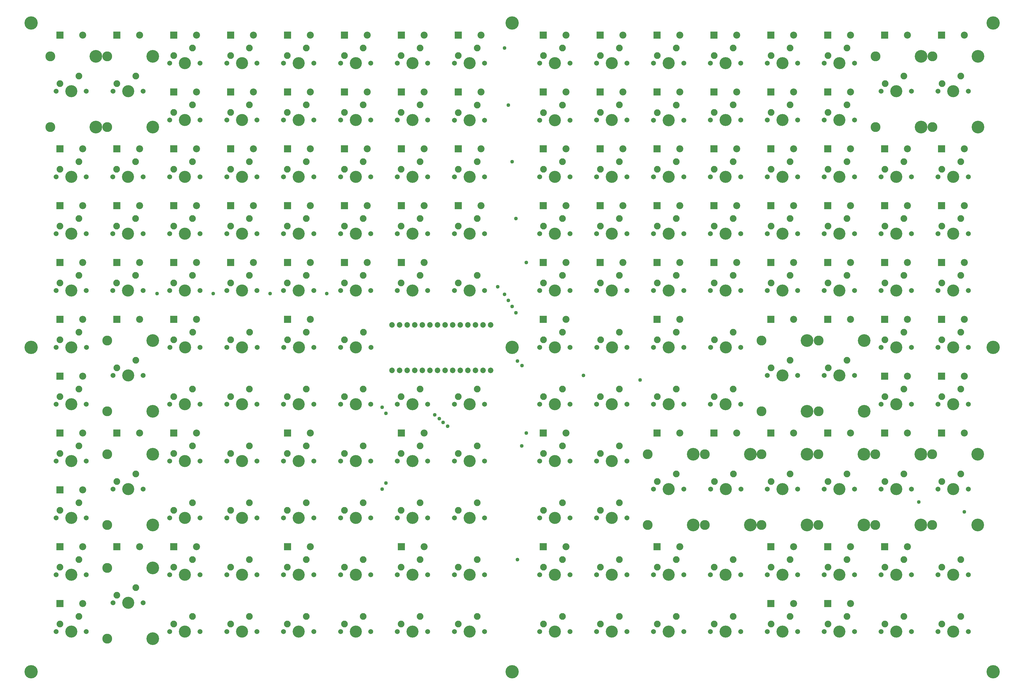
<source format=gts>
G04 MADE WITH FRITZING*
G04 WWW.FRITZING.ORG*
G04 DOUBLE SIDED*
G04 HOLES PLATED*
G04 CONTOUR ON CENTER OF CONTOUR VECTOR*
%ASAXBY*%
%FSLAX23Y23*%
%MOIN*%
%OFA0B0*%
%SFA1.0B1.0*%
%ADD10C,0.088639*%
%ADD11C,0.158908*%
%ADD12C,0.065278*%
%ADD13C,0.130079*%
%ADD14C,0.167480*%
%ADD15C,0.175354*%
%ADD16C,0.092000*%
%ADD17C,0.072992*%
%ADD18C,0.049370*%
%ADD19R,0.092000X0.092000*%
%LNMASK1*%
G90*
G70*
G54D10*
X2040Y8292D03*
X2289Y8392D03*
G54D11*
X2189Y8192D03*
G54D12*
X1989Y8192D03*
X2389Y8192D03*
G54D10*
X2790Y8291D03*
X3039Y8391D03*
G54D11*
X2940Y8191D03*
G54D12*
X2740Y8191D03*
X3139Y8191D03*
G54D10*
X4290Y8292D03*
X4539Y8391D03*
G54D11*
X4440Y8192D03*
G54D12*
X4240Y8192D03*
X4639Y8192D03*
G54D10*
X3539Y8292D03*
X3789Y8391D03*
G54D11*
X3689Y8192D03*
G54D12*
X3489Y8192D03*
X3888Y8192D03*
G54D10*
X5039Y8292D03*
X5289Y8391D03*
G54D11*
X5189Y8192D03*
G54D12*
X4989Y8192D03*
X5389Y8192D03*
G54D10*
X5790Y8291D03*
X6040Y8391D03*
G54D11*
X5940Y8191D03*
G54D12*
X5740Y8191D03*
X6139Y8191D03*
G54D10*
X8415Y8291D03*
X8664Y8391D03*
G54D11*
X8565Y8191D03*
G54D12*
X8365Y8191D03*
X8764Y8191D03*
G54D10*
X7665Y8292D03*
X7915Y8392D03*
G54D11*
X7815Y8192D03*
G54D12*
X7615Y8192D03*
X8014Y8192D03*
G54D10*
X9165Y8292D03*
X9415Y8392D03*
G54D11*
X9315Y8192D03*
G54D12*
X9115Y8192D03*
X9514Y8192D03*
G54D10*
X6914Y8291D03*
X7164Y8391D03*
G54D11*
X7064Y8191D03*
G54D12*
X6864Y8191D03*
X7264Y8191D03*
G54D10*
X9915Y8292D03*
X10164Y8392D03*
G54D11*
X10065Y8192D03*
G54D12*
X9865Y8192D03*
X10264Y8192D03*
G54D10*
X10664Y8292D03*
X10914Y8392D03*
G54D11*
X10814Y8192D03*
G54D12*
X10614Y8192D03*
X11014Y8192D03*
G54D10*
X10664Y7541D03*
X10914Y7641D03*
G54D11*
X10814Y7441D03*
G54D12*
X10614Y7441D03*
X11014Y7441D03*
G54D10*
X5039Y7541D03*
X5289Y7641D03*
G54D11*
X5189Y7441D03*
G54D12*
X4989Y7441D03*
X5389Y7441D03*
G54D10*
X9915Y7541D03*
X10164Y7641D03*
G54D11*
X10065Y7441D03*
G54D12*
X9865Y7441D03*
X10264Y7441D03*
G54D10*
X4290Y7541D03*
X4539Y7641D03*
G54D11*
X4440Y7441D03*
G54D12*
X4240Y7441D03*
X4639Y7441D03*
G54D10*
X2790Y7541D03*
X3039Y7641D03*
G54D11*
X2940Y7441D03*
G54D12*
X2740Y7441D03*
X3139Y7441D03*
G54D10*
X8415Y7540D03*
X8664Y7640D03*
G54D11*
X8565Y7440D03*
G54D12*
X8365Y7440D03*
X8764Y7440D03*
G54D10*
X7665Y7541D03*
X7915Y7641D03*
G54D11*
X7815Y7441D03*
G54D12*
X7615Y7441D03*
X8014Y7441D03*
G54D10*
X5790Y7540D03*
X6040Y7640D03*
G54D11*
X5940Y7440D03*
G54D12*
X5740Y7440D03*
X6139Y7440D03*
G54D10*
X6914Y7540D03*
X7164Y7640D03*
G54D11*
X7064Y7440D03*
G54D12*
X6864Y7440D03*
X7264Y7440D03*
G54D10*
X2040Y7541D03*
X2289Y7641D03*
G54D11*
X2189Y7441D03*
G54D12*
X1989Y7441D03*
X2389Y7441D03*
G54D10*
X9165Y7541D03*
X9415Y7641D03*
G54D11*
X9315Y7441D03*
G54D12*
X9115Y7441D03*
X9514Y7441D03*
G54D10*
X3539Y7541D03*
X3789Y7641D03*
G54D11*
X3689Y7441D03*
G54D12*
X3489Y7441D03*
X3888Y7441D03*
G54D10*
X1289Y6791D03*
X1539Y6891D03*
G54D11*
X1439Y6691D03*
G54D12*
X1239Y6691D03*
X1639Y6691D03*
G54D10*
X10664Y6792D03*
X10914Y6892D03*
G54D11*
X10814Y6692D03*
G54D12*
X10614Y6692D03*
X11014Y6692D03*
G54D10*
X5039Y6792D03*
X5289Y6891D03*
G54D11*
X5189Y6692D03*
G54D12*
X4989Y6692D03*
X5389Y6692D03*
G54D10*
X11415Y6792D03*
X11664Y6892D03*
G54D11*
X11565Y6692D03*
G54D12*
X11365Y6692D03*
X11764Y6692D03*
G54D10*
X9915Y6792D03*
X10164Y6892D03*
G54D11*
X10065Y6692D03*
G54D12*
X9865Y6692D03*
X10264Y6692D03*
G54D10*
X4290Y6792D03*
X4539Y6892D03*
G54D11*
X4440Y6692D03*
G54D12*
X4240Y6692D03*
X4639Y6692D03*
G54D10*
X2790Y6792D03*
X3039Y6891D03*
G54D11*
X2940Y6691D03*
G54D12*
X2740Y6691D03*
X3139Y6691D03*
G54D10*
X8415Y6791D03*
X8664Y6891D03*
G54D11*
X8565Y6691D03*
G54D12*
X8365Y6691D03*
X8764Y6691D03*
G54D10*
X7665Y6792D03*
X7915Y6892D03*
G54D11*
X7815Y6692D03*
G54D12*
X7615Y6692D03*
X8014Y6692D03*
G54D10*
X5790Y6791D03*
X6040Y6891D03*
G54D11*
X5940Y6691D03*
G54D12*
X5740Y6691D03*
X6139Y6691D03*
G54D10*
X12165Y6792D03*
X12414Y6891D03*
G54D11*
X12315Y6692D03*
G54D12*
X12115Y6692D03*
X12514Y6692D03*
G54D10*
X6914Y6791D03*
X7164Y6891D03*
G54D11*
X7064Y6691D03*
G54D12*
X6864Y6691D03*
X7264Y6691D03*
G54D10*
X540Y6792D03*
X790Y6892D03*
G54D11*
X690Y6692D03*
G54D12*
X490Y6692D03*
X889Y6692D03*
G54D10*
X2040Y6792D03*
X2289Y6892D03*
G54D11*
X2189Y6692D03*
G54D12*
X1989Y6692D03*
X2389Y6692D03*
G54D10*
X9165Y6792D03*
X9415Y6892D03*
G54D11*
X9315Y6692D03*
G54D12*
X9115Y6692D03*
X9514Y6692D03*
G54D10*
X3539Y6792D03*
X3789Y6891D03*
G54D11*
X3689Y6692D03*
G54D12*
X3489Y6692D03*
X3888Y6692D03*
G54D10*
X1289Y6041D03*
X1539Y6141D03*
G54D11*
X1439Y5941D03*
G54D12*
X1239Y5941D03*
X1639Y5941D03*
G54D10*
X10664Y6042D03*
X10914Y6142D03*
G54D11*
X10814Y5942D03*
G54D12*
X10614Y5942D03*
X11014Y5942D03*
G54D10*
X5039Y6041D03*
X5289Y6141D03*
G54D11*
X5189Y5941D03*
G54D12*
X4989Y5941D03*
X5389Y5941D03*
G54D10*
X11415Y6042D03*
X11664Y6142D03*
G54D11*
X11565Y5942D03*
G54D12*
X11365Y5942D03*
X11764Y5942D03*
G54D10*
X9915Y6042D03*
X10164Y6142D03*
G54D11*
X10065Y5942D03*
G54D12*
X9865Y5942D03*
X10264Y5942D03*
G54D10*
X4290Y6041D03*
X4539Y6141D03*
G54D11*
X4440Y5941D03*
G54D12*
X4240Y5941D03*
X4639Y5941D03*
G54D10*
X2790Y6041D03*
X3039Y6141D03*
G54D11*
X2940Y5941D03*
G54D12*
X2740Y5941D03*
X3139Y5941D03*
G54D10*
X8415Y6041D03*
X8664Y6141D03*
G54D11*
X8565Y5941D03*
G54D12*
X8365Y5941D03*
X8764Y5941D03*
G54D10*
X7665Y6042D03*
X7915Y6141D03*
G54D11*
X7815Y5942D03*
G54D12*
X7615Y5942D03*
X8014Y5942D03*
G54D10*
X5790Y6041D03*
X6040Y6141D03*
G54D11*
X5940Y5941D03*
G54D12*
X5740Y5941D03*
X6139Y5941D03*
G54D10*
X12165Y6041D03*
X12414Y6141D03*
G54D11*
X12315Y5941D03*
G54D12*
X12115Y5941D03*
X12514Y5941D03*
G54D10*
X6914Y6041D03*
X7164Y6141D03*
G54D11*
X7064Y5941D03*
G54D12*
X6864Y5941D03*
X7264Y5941D03*
G54D10*
X540Y6042D03*
X790Y6141D03*
G54D11*
X690Y5942D03*
G54D12*
X490Y5942D03*
X889Y5942D03*
G54D10*
X2040Y6042D03*
X2289Y6141D03*
G54D11*
X2189Y5942D03*
G54D12*
X1989Y5942D03*
X2389Y5942D03*
G54D10*
X9165Y6042D03*
X9415Y6141D03*
G54D11*
X9315Y5942D03*
G54D12*
X9115Y5942D03*
X9514Y5942D03*
G54D10*
X3539Y6041D03*
X3789Y6141D03*
G54D11*
X3689Y5941D03*
G54D12*
X3489Y5941D03*
X3888Y5941D03*
G54D10*
X1289Y5291D03*
X1539Y5391D03*
G54D11*
X1439Y5191D03*
G54D12*
X1239Y5191D03*
X1639Y5191D03*
G54D10*
X10664Y5292D03*
X10914Y5392D03*
G54D11*
X10814Y5192D03*
G54D12*
X10614Y5192D03*
X11014Y5192D03*
G54D10*
X5039Y5292D03*
X5289Y5391D03*
G54D11*
X5189Y5192D03*
G54D12*
X4989Y5192D03*
X5389Y5192D03*
G54D10*
X11415Y5292D03*
X11664Y5392D03*
G54D11*
X11565Y5192D03*
G54D12*
X11365Y5192D03*
X11764Y5192D03*
G54D10*
X9915Y5292D03*
X10164Y5392D03*
G54D11*
X10065Y5192D03*
G54D12*
X9865Y5192D03*
X10264Y5192D03*
G54D10*
X4290Y5292D03*
X4539Y5391D03*
G54D11*
X4440Y5192D03*
G54D12*
X4240Y5192D03*
X4639Y5192D03*
G54D10*
X2790Y5291D03*
X3039Y5391D03*
G54D11*
X2940Y5191D03*
G54D12*
X2740Y5191D03*
X3139Y5191D03*
G54D10*
X8415Y5291D03*
X8664Y5391D03*
G54D11*
X8565Y5191D03*
G54D12*
X8365Y5191D03*
X8764Y5191D03*
G54D10*
X7665Y5292D03*
X7915Y5392D03*
G54D11*
X7815Y5192D03*
G54D12*
X7615Y5192D03*
X8014Y5192D03*
G54D10*
X5790Y5291D03*
X6040Y5391D03*
G54D11*
X5940Y5191D03*
G54D12*
X5740Y5191D03*
X6139Y5191D03*
G54D10*
X12165Y5292D03*
X12414Y5391D03*
G54D11*
X12315Y5192D03*
G54D12*
X12115Y5192D03*
X12514Y5192D03*
G54D10*
X6914Y5291D03*
X7164Y5391D03*
G54D11*
X7064Y5191D03*
G54D12*
X6864Y5191D03*
X7264Y5191D03*
G54D10*
X540Y5292D03*
X790Y5392D03*
G54D11*
X690Y5192D03*
G54D12*
X490Y5192D03*
X889Y5192D03*
G54D10*
X2040Y5292D03*
X2289Y5392D03*
G54D11*
X2189Y5192D03*
G54D12*
X1989Y5192D03*
X2389Y5192D03*
G54D10*
X9165Y5292D03*
X9415Y5392D03*
G54D11*
X9315Y5192D03*
G54D12*
X9115Y5192D03*
X9514Y5192D03*
G54D10*
X3539Y5292D03*
X3789Y5391D03*
G54D11*
X3689Y5192D03*
G54D12*
X3489Y5192D03*
X3888Y5192D03*
G54D10*
X11415Y4542D03*
X11665Y4642D03*
G54D11*
X11565Y4442D03*
G54D12*
X11365Y4442D03*
X11765Y4442D03*
G54D10*
X4290Y4542D03*
X4540Y4641D03*
G54D11*
X4440Y4442D03*
G54D12*
X4240Y4442D03*
X4640Y4442D03*
G54D10*
X2790Y4541D03*
X3040Y4641D03*
G54D11*
X2940Y4441D03*
G54D12*
X2740Y4441D03*
X3140Y4441D03*
G54D10*
X8415Y4541D03*
X8665Y4641D03*
G54D11*
X8565Y4441D03*
G54D12*
X8365Y4441D03*
X8765Y4441D03*
G54D10*
X7666Y4542D03*
X7915Y4642D03*
G54D11*
X7816Y4442D03*
G54D12*
X7616Y4442D03*
X8015Y4442D03*
G54D10*
X12165Y4542D03*
X12415Y4641D03*
G54D11*
X12315Y4441D03*
G54D12*
X12115Y4441D03*
X12514Y4441D03*
G54D10*
X6915Y4541D03*
X7165Y4641D03*
G54D11*
X7065Y4441D03*
G54D12*
X6865Y4441D03*
X7264Y4441D03*
G54D10*
X541Y4542D03*
X790Y4642D03*
G54D11*
X690Y4442D03*
G54D12*
X490Y4442D03*
X890Y4442D03*
G54D10*
X2040Y4542D03*
X2290Y4642D03*
G54D11*
X2190Y4442D03*
G54D12*
X1990Y4442D03*
X2389Y4442D03*
G54D10*
X9166Y4542D03*
X9415Y4642D03*
G54D11*
X9316Y4442D03*
G54D12*
X9116Y4442D03*
X9515Y4442D03*
G54D10*
X3540Y4542D03*
X3789Y4641D03*
G54D11*
X3690Y4442D03*
G54D12*
X3490Y4442D03*
X3889Y4442D03*
G54D10*
X5039Y3792D03*
X5289Y3891D03*
G54D11*
X5189Y3692D03*
G54D12*
X4989Y3692D03*
X5389Y3692D03*
G54D10*
X11415Y3792D03*
X11664Y3892D03*
G54D11*
X11565Y3692D03*
G54D12*
X11365Y3692D03*
X11764Y3692D03*
G54D10*
X4290Y3792D03*
X4539Y3891D03*
G54D11*
X4440Y3692D03*
G54D12*
X4240Y3692D03*
X4639Y3692D03*
G54D10*
X2790Y3791D03*
X3039Y3891D03*
G54D11*
X2940Y3691D03*
G54D12*
X2740Y3691D03*
X3139Y3691D03*
G54D10*
X8415Y3791D03*
X8664Y3891D03*
G54D11*
X8565Y3691D03*
G54D12*
X8365Y3691D03*
X8764Y3691D03*
G54D10*
X7665Y3792D03*
X7915Y3892D03*
G54D11*
X7815Y3692D03*
G54D12*
X7615Y3692D03*
X8014Y3692D03*
G54D10*
X5790Y3791D03*
X6040Y3891D03*
G54D11*
X5940Y3691D03*
G54D12*
X5740Y3691D03*
X6139Y3691D03*
G54D10*
X12165Y3792D03*
X12414Y3891D03*
G54D11*
X12315Y3691D03*
G54D12*
X12115Y3691D03*
X12514Y3691D03*
G54D10*
X6914Y3791D03*
X7164Y3891D03*
G54D11*
X7064Y3691D03*
G54D12*
X6864Y3691D03*
X7264Y3691D03*
G54D10*
X540Y3792D03*
X790Y3892D03*
G54D11*
X690Y3692D03*
G54D12*
X490Y3692D03*
X889Y3692D03*
G54D10*
X2040Y3792D03*
X2289Y3892D03*
G54D11*
X2189Y3692D03*
G54D12*
X1989Y3692D03*
X2389Y3692D03*
G54D10*
X9165Y3792D03*
X9415Y3892D03*
G54D11*
X9315Y3692D03*
G54D12*
X9115Y3692D03*
X9514Y3692D03*
G54D10*
X3539Y3792D03*
X3789Y3891D03*
G54D11*
X3689Y3692D03*
G54D12*
X3489Y3692D03*
X3888Y3692D03*
G54D10*
X5039Y3042D03*
X5289Y3142D03*
G54D11*
X5189Y2942D03*
G54D12*
X4989Y2942D03*
X5389Y2942D03*
G54D10*
X4290Y3042D03*
X4539Y3142D03*
G54D11*
X4440Y2942D03*
G54D12*
X4240Y2942D03*
X4639Y2942D03*
G54D10*
X2790Y3042D03*
X3039Y3142D03*
G54D11*
X2940Y2942D03*
G54D12*
X2740Y2942D03*
X3139Y2942D03*
G54D10*
X7665Y3042D03*
X7915Y3142D03*
G54D11*
X7815Y2942D03*
G54D12*
X7615Y2942D03*
X8014Y2942D03*
G54D10*
X5790Y3042D03*
X6040Y3141D03*
G54D11*
X5940Y2942D03*
G54D12*
X5740Y2942D03*
X6139Y2942D03*
G54D10*
X6914Y3042D03*
X7164Y3141D03*
G54D11*
X7064Y2941D03*
G54D12*
X6864Y2941D03*
X7264Y2941D03*
G54D10*
X540Y3042D03*
X790Y3142D03*
G54D11*
X690Y2942D03*
G54D12*
X490Y2942D03*
X889Y2942D03*
G54D10*
X2040Y3042D03*
X2289Y3142D03*
G54D11*
X2189Y2942D03*
G54D12*
X1989Y2942D03*
X2389Y2942D03*
G54D10*
X3539Y3042D03*
X3789Y3142D03*
G54D11*
X3689Y2942D03*
G54D12*
X3489Y2942D03*
X3888Y2942D03*
G54D10*
X5039Y2291D03*
X5289Y2391D03*
G54D11*
X5189Y2191D03*
G54D12*
X4989Y2191D03*
X5389Y2191D03*
G54D10*
X4290Y2291D03*
X4539Y2391D03*
G54D11*
X4440Y2191D03*
G54D12*
X4240Y2191D03*
X4639Y2191D03*
G54D10*
X2790Y2291D03*
X3039Y2391D03*
G54D11*
X2940Y2191D03*
G54D12*
X2740Y2191D03*
X3139Y2191D03*
G54D10*
X7665Y2291D03*
X7915Y2391D03*
G54D11*
X7815Y2191D03*
G54D12*
X7615Y2191D03*
X8014Y2191D03*
G54D10*
X5790Y2291D03*
X6040Y2391D03*
G54D11*
X5940Y2191D03*
G54D12*
X5740Y2191D03*
X6139Y2191D03*
G54D10*
X6914Y2291D03*
X7164Y2391D03*
G54D11*
X7064Y2191D03*
G54D12*
X6864Y2191D03*
X7264Y2191D03*
G54D10*
X540Y2291D03*
X790Y2391D03*
G54D11*
X690Y2191D03*
G54D12*
X490Y2191D03*
X889Y2191D03*
G54D10*
X2040Y2291D03*
X2289Y2391D03*
G54D11*
X2189Y2191D03*
G54D12*
X1989Y2191D03*
X2389Y2191D03*
G54D10*
X3539Y2291D03*
X3789Y2391D03*
G54D11*
X3689Y2191D03*
G54D12*
X3489Y2191D03*
X3888Y2191D03*
G54D10*
X10664Y1542D03*
X10914Y1642D03*
G54D11*
X10814Y1442D03*
G54D12*
X10614Y1442D03*
X11014Y1442D03*
G54D10*
X5039Y1542D03*
X5289Y1642D03*
G54D11*
X5189Y1442D03*
G54D12*
X4989Y1442D03*
X5389Y1442D03*
G54D10*
X11415Y1542D03*
X11664Y1642D03*
G54D11*
X11565Y1442D03*
G54D12*
X11365Y1442D03*
X11764Y1442D03*
G54D10*
X9915Y1542D03*
X10164Y1642D03*
G54D11*
X10065Y1442D03*
G54D12*
X9865Y1442D03*
X10264Y1442D03*
G54D10*
X4290Y1542D03*
X4539Y1642D03*
G54D11*
X4440Y1442D03*
G54D12*
X4240Y1442D03*
X4639Y1442D03*
G54D10*
X2790Y1542D03*
X3039Y1642D03*
G54D11*
X2940Y1442D03*
G54D12*
X2740Y1442D03*
X3139Y1442D03*
G54D10*
X8415Y1542D03*
X8664Y1641D03*
G54D11*
X8565Y1441D03*
G54D12*
X8365Y1441D03*
X8764Y1441D03*
G54D10*
X7665Y1542D03*
X7915Y1642D03*
G54D11*
X7815Y1442D03*
G54D12*
X7615Y1442D03*
X8014Y1442D03*
G54D10*
X5790Y1542D03*
X6040Y1641D03*
G54D11*
X5940Y1442D03*
G54D12*
X5740Y1442D03*
X6139Y1442D03*
G54D10*
X12165Y1542D03*
X12414Y1642D03*
G54D11*
X12315Y1442D03*
G54D12*
X12115Y1442D03*
X12514Y1442D03*
G54D10*
X6914Y1542D03*
X7164Y1641D03*
G54D11*
X7064Y1441D03*
G54D12*
X6864Y1441D03*
X7264Y1441D03*
G54D10*
X540Y1542D03*
X790Y1642D03*
G54D11*
X690Y1442D03*
G54D12*
X490Y1442D03*
X889Y1442D03*
G54D10*
X2040Y1542D03*
X2289Y1642D03*
G54D11*
X2189Y1442D03*
G54D12*
X1989Y1442D03*
X2389Y1442D03*
G54D10*
X9165Y1542D03*
X9415Y1642D03*
G54D11*
X9315Y1442D03*
G54D12*
X9115Y1442D03*
X9514Y1442D03*
G54D10*
X3539Y1542D03*
X3789Y1642D03*
G54D11*
X3689Y1442D03*
G54D12*
X3489Y1442D03*
X3888Y1442D03*
G54D10*
X10664Y792D03*
X10914Y892D03*
G54D11*
X10814Y692D03*
G54D12*
X10614Y692D03*
X11014Y692D03*
G54D10*
X5039Y792D03*
X5289Y891D03*
G54D11*
X5189Y692D03*
G54D12*
X4989Y692D03*
X5389Y692D03*
G54D10*
X11415Y792D03*
X11664Y892D03*
G54D11*
X11565Y692D03*
G54D12*
X11365Y692D03*
X11764Y692D03*
G54D10*
X9915Y792D03*
X10164Y892D03*
G54D11*
X10065Y692D03*
G54D12*
X9865Y692D03*
X10264Y692D03*
G54D10*
X4290Y792D03*
X4539Y891D03*
G54D11*
X4440Y692D03*
G54D12*
X4240Y692D03*
X4639Y692D03*
G54D10*
X2790Y791D03*
X3039Y891D03*
G54D11*
X2940Y691D03*
G54D12*
X2740Y691D03*
X3139Y691D03*
G54D10*
X8415Y791D03*
X8664Y891D03*
G54D11*
X8565Y691D03*
G54D12*
X8365Y691D03*
X8764Y691D03*
G54D10*
X7665Y792D03*
X7915Y892D03*
G54D11*
X7815Y692D03*
G54D12*
X7615Y692D03*
X8014Y692D03*
G54D10*
X5790Y791D03*
X6040Y891D03*
G54D11*
X5940Y691D03*
G54D12*
X5740Y691D03*
X6139Y691D03*
G54D10*
X12165Y792D03*
X12414Y891D03*
G54D11*
X12315Y691D03*
G54D12*
X12115Y691D03*
X12514Y691D03*
G54D10*
X6914Y791D03*
X7164Y891D03*
G54D11*
X7064Y691D03*
G54D12*
X6864Y691D03*
X7264Y691D03*
G54D10*
X540Y792D03*
X790Y892D03*
G54D11*
X690Y692D03*
G54D12*
X490Y692D03*
X889Y692D03*
G54D10*
X2040Y792D03*
X2289Y892D03*
G54D11*
X2189Y692D03*
G54D12*
X1989Y692D03*
X2389Y692D03*
G54D10*
X9165Y792D03*
X9415Y892D03*
G54D11*
X9315Y692D03*
G54D12*
X9115Y692D03*
X9514Y692D03*
G54D10*
X3539Y792D03*
X3789Y891D03*
G54D11*
X3689Y692D03*
G54D12*
X3489Y692D03*
X3888Y692D03*
G54D13*
X414Y8284D03*
X414Y7350D03*
G54D14*
X1014Y8284D03*
X1014Y7350D03*
G54D10*
X540Y7922D03*
X790Y8022D03*
G54D11*
X690Y7822D03*
G54D12*
X490Y7822D03*
X889Y7822D03*
G54D13*
X1164Y8284D03*
X1164Y7350D03*
G54D14*
X1764Y8284D03*
X1764Y7350D03*
G54D10*
X1290Y7922D03*
X1540Y8022D03*
G54D11*
X1440Y7822D03*
G54D12*
X1240Y7822D03*
X1639Y7822D03*
G54D13*
X11290Y8284D03*
X11290Y7350D03*
G54D14*
X11890Y8284D03*
X11890Y7350D03*
G54D10*
X11416Y7922D03*
X11665Y8022D03*
G54D11*
X11565Y7822D03*
G54D12*
X11365Y7822D03*
X11765Y7822D03*
G54D13*
X12040Y8284D03*
X12040Y7350D03*
G54D14*
X12640Y8284D03*
X12640Y7350D03*
G54D10*
X12166Y7922D03*
X12415Y8022D03*
G54D11*
X12315Y7822D03*
G54D12*
X12115Y7822D03*
X12515Y7822D03*
G54D13*
X1164Y4534D03*
X1164Y3600D03*
G54D14*
X1764Y4534D03*
X1764Y3600D03*
G54D10*
X1290Y4172D03*
X1540Y4272D03*
G54D11*
X1440Y4072D03*
G54D12*
X1240Y4072D03*
X1639Y4072D03*
G54D13*
X1164Y3034D03*
X1164Y2100D03*
G54D14*
X1764Y3034D03*
X1764Y2100D03*
G54D10*
X1290Y2672D03*
X1540Y2772D03*
G54D11*
X1440Y2572D03*
G54D12*
X1240Y2572D03*
X1639Y2572D03*
G54D13*
X1164Y1534D03*
X1164Y600D03*
G54D14*
X1764Y1534D03*
X1764Y600D03*
G54D10*
X1290Y1172D03*
X1540Y1272D03*
G54D11*
X1440Y1072D03*
G54D12*
X1240Y1072D03*
X1639Y1072D03*
G54D13*
X9789Y4534D03*
X9789Y3600D03*
G54D14*
X10389Y4534D03*
X10389Y3600D03*
G54D10*
X9914Y4172D03*
X10164Y4272D03*
G54D11*
X10064Y4072D03*
G54D12*
X9864Y4072D03*
X10264Y4072D03*
G54D13*
X10540Y4534D03*
X10540Y3600D03*
G54D14*
X11140Y4534D03*
X11140Y3600D03*
G54D10*
X10666Y4172D03*
X10915Y4272D03*
G54D11*
X10815Y4072D03*
G54D12*
X10615Y4072D03*
X11015Y4072D03*
G54D13*
X8289Y3034D03*
X8289Y2100D03*
G54D14*
X8889Y3034D03*
X8889Y2100D03*
G54D10*
X8415Y2672D03*
X8664Y2772D03*
G54D11*
X8565Y2572D03*
G54D12*
X8365Y2572D03*
X8764Y2572D03*
G54D13*
X9041Y3034D03*
X9041Y2100D03*
G54D14*
X9641Y3034D03*
X9641Y2100D03*
G54D10*
X9166Y2672D03*
X9416Y2772D03*
G54D11*
X9316Y2572D03*
G54D12*
X9116Y2572D03*
X9516Y2572D03*
G54D13*
X9788Y3034D03*
X9788Y2100D03*
G54D14*
X10388Y3034D03*
X10388Y2100D03*
G54D10*
X9914Y2672D03*
X10163Y2772D03*
G54D11*
X10064Y2572D03*
G54D12*
X9864Y2572D03*
X10263Y2572D03*
G54D13*
X10538Y3034D03*
X10538Y2100D03*
G54D14*
X11138Y3034D03*
X11138Y2100D03*
G54D10*
X10664Y2672D03*
X10913Y2772D03*
G54D11*
X10814Y2572D03*
G54D12*
X10614Y2572D03*
X11013Y2572D03*
G54D13*
X11288Y3034D03*
X11288Y2100D03*
G54D14*
X11888Y3034D03*
X11888Y2100D03*
G54D10*
X11414Y2672D03*
X11663Y2772D03*
G54D11*
X11564Y2572D03*
G54D12*
X11364Y2572D03*
X11763Y2572D03*
G54D13*
X12038Y3034D03*
X12038Y2100D03*
G54D14*
X12638Y3034D03*
X12638Y2100D03*
G54D10*
X12164Y2672D03*
X12413Y2772D03*
G54D11*
X12314Y2572D03*
G54D12*
X12114Y2572D03*
X12513Y2572D03*
G54D15*
X160Y8722D03*
X160Y162D03*
X12840Y162D03*
X12840Y8722D03*
X6500Y8722D03*
X6500Y162D03*
X160Y4442D03*
X12840Y4442D03*
X6500Y4442D03*
G54D16*
X542Y8562D03*
X840Y8562D03*
X1292Y8562D03*
X1590Y8562D03*
X2042Y8562D03*
X2340Y8562D03*
X2792Y8562D03*
X3090Y8562D03*
X4292Y8562D03*
X4590Y8562D03*
X3542Y8562D03*
X3840Y8562D03*
X5042Y8562D03*
X5340Y8562D03*
X5792Y8562D03*
X6090Y8562D03*
X9162Y8562D03*
X9460Y8562D03*
X12162Y8562D03*
X12460Y8562D03*
X7662Y8562D03*
X7960Y8562D03*
X10662Y8562D03*
X10960Y8562D03*
X11412Y8562D03*
X11710Y8562D03*
X6912Y8562D03*
X7210Y8562D03*
X9912Y8562D03*
X10210Y8562D03*
X8412Y8562D03*
X8710Y8562D03*
X5792Y7812D03*
X6090Y7812D03*
X9162Y7812D03*
X9460Y7812D03*
X9912Y7812D03*
X10210Y7812D03*
X6912Y7812D03*
X7210Y7812D03*
X2792Y7812D03*
X3090Y7812D03*
X8412Y7812D03*
X8710Y7812D03*
X2042Y7812D03*
X2340Y7812D03*
X4292Y7812D03*
X4590Y7812D03*
X3542Y7812D03*
X3840Y7812D03*
X5042Y7812D03*
X5340Y7812D03*
X10662Y7812D03*
X10960Y7812D03*
X7662Y7812D03*
X7960Y7812D03*
X3542Y7062D03*
X3840Y7062D03*
X2042Y7062D03*
X2340Y7062D03*
X12162Y7062D03*
X12460Y7062D03*
X6912Y7062D03*
X7210Y7062D03*
X8412Y7062D03*
X8710Y7062D03*
X10662Y7062D03*
X10960Y7062D03*
X2792Y7062D03*
X3090Y7062D03*
X4292Y7062D03*
X4590Y7062D03*
X9912Y7062D03*
X10210Y7062D03*
X11412Y7062D03*
X11710Y7062D03*
X7662Y7062D03*
X7960Y7062D03*
X542Y7062D03*
X840Y7062D03*
X5042Y7062D03*
X5340Y7062D03*
X9162Y7062D03*
X9460Y7062D03*
X5792Y7062D03*
X6090Y7062D03*
X1292Y7062D03*
X1590Y7062D03*
X3542Y6312D03*
X3840Y6312D03*
X2042Y6312D03*
X2340Y6312D03*
X12162Y6312D03*
X12460Y6312D03*
X6912Y6312D03*
X7210Y6312D03*
X8412Y6312D03*
X8710Y6312D03*
X10662Y6312D03*
X10960Y6312D03*
X2792Y6312D03*
X3090Y6312D03*
X4292Y6312D03*
X4590Y6312D03*
X9912Y6312D03*
X10210Y6312D03*
X11412Y6312D03*
X11710Y6312D03*
X7662Y6312D03*
X7960Y6312D03*
X542Y6312D03*
X840Y6312D03*
X5042Y6312D03*
X5340Y6312D03*
X9162Y6312D03*
X9460Y6312D03*
X5792Y6312D03*
X6090Y6312D03*
X1292Y6312D03*
X1590Y6312D03*
X3542Y5562D03*
X3840Y5562D03*
X2042Y5562D03*
X2340Y5562D03*
X12162Y5562D03*
X12460Y5562D03*
X6912Y5562D03*
X7210Y5562D03*
X8412Y5562D03*
X8710Y5562D03*
X10662Y5562D03*
X10960Y5562D03*
X2792Y5562D03*
X3090Y5562D03*
X4292Y5562D03*
X4590Y5562D03*
X9912Y5562D03*
X10210Y5562D03*
X11412Y5562D03*
X11710Y5562D03*
X7662Y5562D03*
X7960Y5562D03*
X542Y5562D03*
X840Y5562D03*
X5042Y5562D03*
X5340Y5562D03*
X9162Y5562D03*
X9460Y5562D03*
X1292Y5562D03*
X1590Y5562D03*
X3542Y4812D03*
X3840Y4812D03*
X2042Y4812D03*
X2340Y4812D03*
X1292Y4812D03*
X1590Y4812D03*
X542Y4812D03*
X840Y4812D03*
X542Y4062D03*
X840Y4062D03*
X9912Y4812D03*
X10210Y4812D03*
X10662Y4812D03*
X10960Y4812D03*
X8412Y4812D03*
X8710Y4812D03*
X12162Y4812D03*
X12460Y4812D03*
X11412Y4812D03*
X11710Y4812D03*
X6912Y4812D03*
X7210Y4812D03*
X12162Y4062D03*
X12460Y4062D03*
X11412Y4062D03*
X11710Y4062D03*
X542Y2562D03*
X840Y2562D03*
X2042Y3312D03*
X2340Y3312D03*
X5042Y3312D03*
X5340Y3312D03*
X3542Y3312D03*
X3840Y3312D03*
X542Y3312D03*
X840Y3312D03*
X1292Y3312D03*
X1590Y3312D03*
X2042Y1812D03*
X2340Y1812D03*
X3542Y1812D03*
X3840Y1812D03*
X542Y1062D03*
X840Y1062D03*
X1292Y1812D03*
X1590Y1812D03*
X542Y1812D03*
X840Y1812D03*
X5042Y1812D03*
X5340Y1812D03*
X9162Y3312D03*
X9460Y3312D03*
X9912Y3312D03*
X10210Y3312D03*
X10662Y3312D03*
X10960Y3312D03*
X8412Y3312D03*
X8710Y3312D03*
X12162Y3312D03*
X12460Y3312D03*
X11412Y3312D03*
X11710Y3312D03*
X6912Y3312D03*
X7210Y3312D03*
X6912Y1812D03*
X7210Y1812D03*
X10662Y1812D03*
X10960Y1812D03*
X10662Y1062D03*
X10960Y1062D03*
X9912Y1062D03*
X10210Y1062D03*
X9912Y1812D03*
X10210Y1812D03*
X8412Y1812D03*
X8710Y1812D03*
X11412Y1812D03*
X11710Y1812D03*
G54D17*
X4917Y4140D03*
X5017Y4140D03*
X5117Y4140D03*
X5217Y4140D03*
X5317Y4140D03*
X5417Y4140D03*
X5517Y4140D03*
X5617Y4140D03*
X5717Y4140D03*
X5817Y4140D03*
X5917Y4140D03*
X6017Y4140D03*
X6117Y4140D03*
X6217Y4140D03*
X4917Y4140D03*
X5017Y4140D03*
X5117Y4140D03*
X5217Y4140D03*
X5317Y4140D03*
X5417Y4140D03*
X5517Y4140D03*
X5617Y4140D03*
X5717Y4140D03*
X5817Y4140D03*
X5917Y4140D03*
X6017Y4140D03*
X6117Y4140D03*
X6217Y4140D03*
X4916Y4740D03*
X5016Y4740D03*
X5116Y4740D03*
X5216Y4740D03*
X5316Y4740D03*
X5416Y4740D03*
X5516Y4740D03*
X5616Y4740D03*
X5716Y4740D03*
X5816Y4740D03*
X5916Y4740D03*
X6016Y4740D03*
X6116Y4740D03*
X6216Y4740D03*
X4916Y4740D03*
X5016Y4740D03*
X5116Y4740D03*
X5216Y4740D03*
X5316Y4740D03*
X5416Y4740D03*
X5516Y4740D03*
X5616Y4740D03*
X5716Y4740D03*
X5816Y4740D03*
X5916Y4740D03*
X6016Y4740D03*
X6116Y4740D03*
X6216Y4740D03*
G54D18*
X6689Y5562D03*
X6689Y3312D03*
X1820Y5152D03*
X2560Y5152D03*
X3311Y5152D03*
X4059Y5152D03*
X6311Y5243D03*
X6400Y8392D03*
X6400Y5142D03*
X6450Y7640D03*
X6500Y6891D03*
X6550Y6141D03*
X6450Y5062D03*
X6500Y4982D03*
X6550Y4900D03*
X6630Y4202D03*
X6629Y3141D03*
X6570Y4262D03*
X6571Y1641D03*
X7440Y4072D03*
X8189Y4012D03*
X4789Y3651D03*
X4839Y3571D03*
X4839Y2651D03*
X4789Y2571D03*
X12461Y2271D03*
X11861Y2401D03*
X5650Y3402D03*
X5590Y3452D03*
X5540Y3502D03*
X5480Y3552D03*
G54D19*
X541Y8562D03*
X1291Y8562D03*
X2041Y8562D03*
X2791Y8562D03*
X4291Y8562D03*
X3541Y8562D03*
X5041Y8562D03*
X5791Y8562D03*
X9161Y8562D03*
X12161Y8562D03*
X7661Y8562D03*
X10661Y8562D03*
X11411Y8562D03*
X6911Y8562D03*
X9911Y8562D03*
X8411Y8562D03*
X5791Y7812D03*
X9161Y7812D03*
X9911Y7812D03*
X6911Y7812D03*
X2791Y7812D03*
X8411Y7812D03*
X2041Y7812D03*
X4291Y7812D03*
X3541Y7812D03*
X5041Y7812D03*
X10661Y7812D03*
X7661Y7812D03*
X3541Y7062D03*
X2041Y7062D03*
X12161Y7062D03*
X6911Y7062D03*
X8411Y7062D03*
X10661Y7062D03*
X2791Y7062D03*
X4291Y7062D03*
X9911Y7062D03*
X11411Y7062D03*
X7661Y7062D03*
X541Y7062D03*
X5041Y7062D03*
X9161Y7062D03*
X5791Y7062D03*
X1291Y7062D03*
X3541Y6312D03*
X2041Y6312D03*
X12161Y6312D03*
X6911Y6312D03*
X8411Y6312D03*
X10661Y6312D03*
X2791Y6312D03*
X4291Y6312D03*
X9911Y6312D03*
X11411Y6312D03*
X7661Y6312D03*
X541Y6312D03*
X5041Y6312D03*
X9161Y6312D03*
X5791Y6312D03*
X1291Y6312D03*
X3541Y5562D03*
X2041Y5562D03*
X12161Y5562D03*
X6911Y5562D03*
X8411Y5562D03*
X10661Y5562D03*
X2791Y5562D03*
X4291Y5562D03*
X9911Y5562D03*
X11411Y5562D03*
X7661Y5562D03*
X541Y5562D03*
X5041Y5562D03*
X9161Y5562D03*
X1291Y5562D03*
X3541Y4812D03*
X2041Y4812D03*
X1291Y4812D03*
X541Y4812D03*
X541Y4062D03*
X9911Y4812D03*
X10661Y4812D03*
X8411Y4812D03*
X12161Y4812D03*
X11411Y4812D03*
X6911Y4812D03*
X12161Y4062D03*
X11411Y4062D03*
X541Y2562D03*
X2041Y3312D03*
X5041Y3312D03*
X3541Y3312D03*
X541Y3312D03*
X1291Y3312D03*
X2041Y1812D03*
X3541Y1812D03*
X541Y1062D03*
X1291Y1812D03*
X541Y1812D03*
X5041Y1812D03*
X9161Y3312D03*
X9911Y3312D03*
X10661Y3312D03*
X8411Y3312D03*
X12161Y3312D03*
X11411Y3312D03*
X6911Y3312D03*
X6911Y1812D03*
X10661Y1812D03*
X10661Y1062D03*
X9911Y1062D03*
X9911Y1812D03*
X8411Y1812D03*
X11411Y1812D03*
G04 End of Mask1*
M02*
</source>
